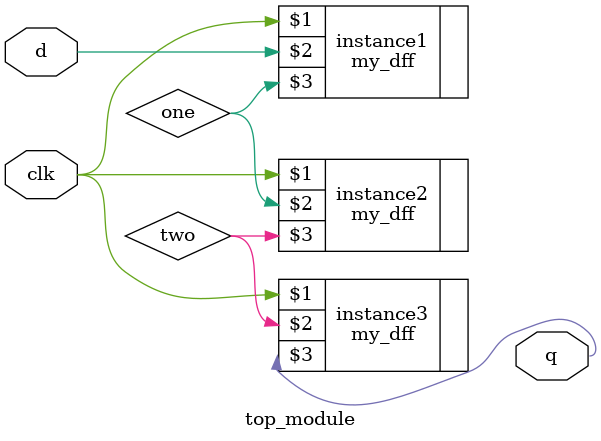
<source format=v>
module top_module ( input clk, input d, output q );
    wire one;
    wire two;
    my_dff instance1 (clk, d, one);
    my_dff instance2 (clk, one, two);
    my_dff instance3 (clk, two, q);

endmodule

</source>
